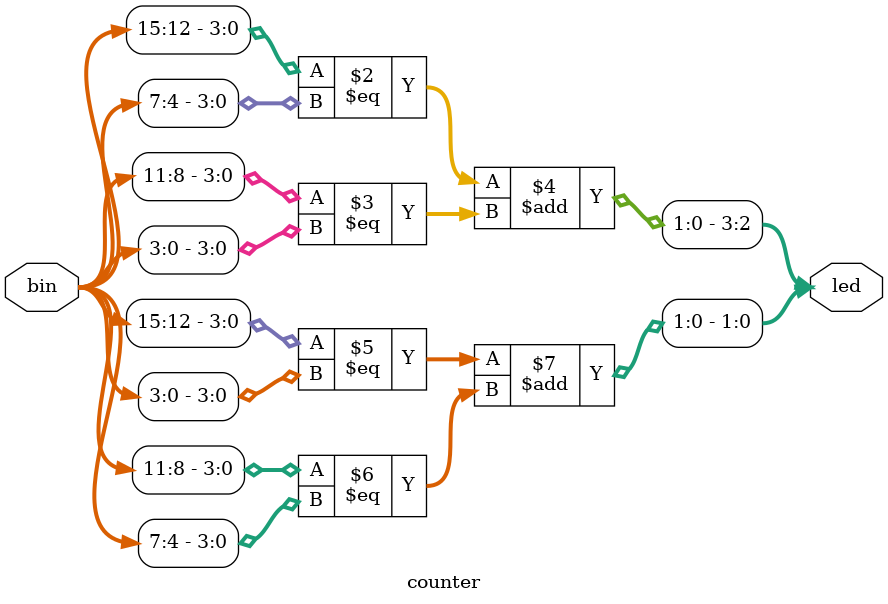
<source format=v>
module counter(bin,led);
// 8 for guessed-number, 8 for guessing
// led[3:2] is for bulls(A), led[1:0] is for cows(B)
input [15:0] bin;
output [3:0] led;
reg [3:0] led;

always@(*) begin
    led[3:2] = (bin[15:12] == bin[7:4]) + (bin[11:8] == bin[3:0]);
    led[1:0] = (bin[15:12] == bin[3:0]) + (bin[11:8] == bin[7:4]);
end

endmodule
</source>
